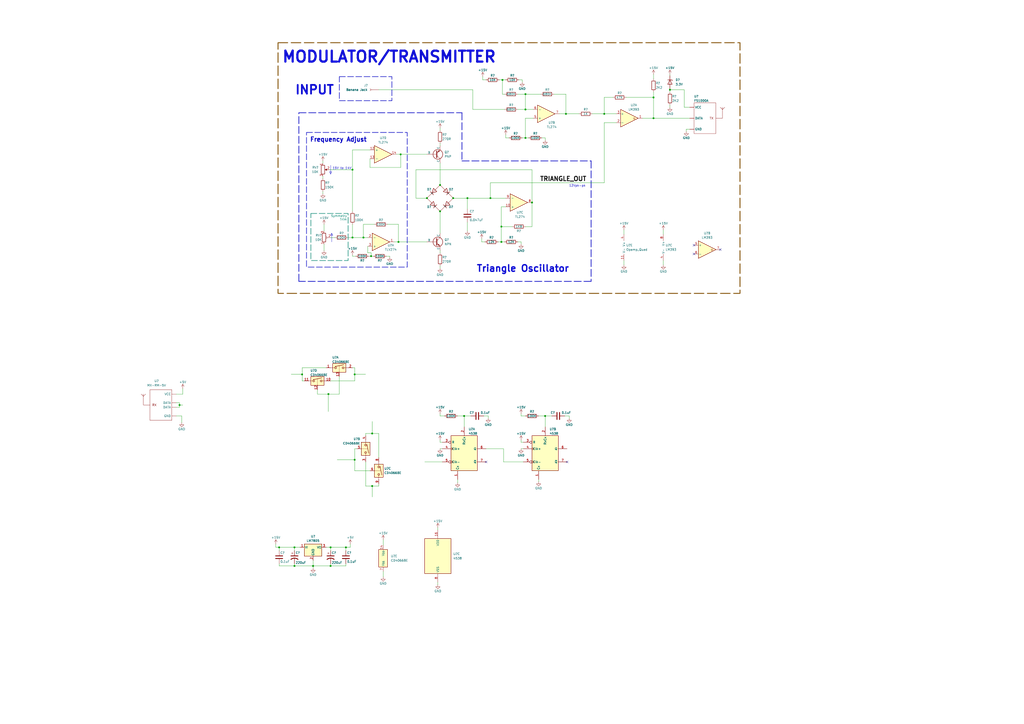
<source format=kicad_sch>
(kicad_sch (version 20230121) (generator eeschema)
  (paper "A2")
  (title_block (title "Full System Schematic") (date "2024-03-16") (rev "0") (company "ZAM Industries, LLC") (comment 1 "Drawn By: Mark Vaughn"))
  (junction (at 205.74 266.7))
  (junction (at 350.52 66.04))
  (junction (at 210.82 137.795))
  (junction (at 232.41 89.535))
  (junction (at 255.27 122.555))
  (junction (at 191.77 317.5))
  (junction (at 328.295 66.04))
  (junction (at 290.83 140.335))
  (junction (at 304.8 63.5))
  (junction (at 190.5 228.6))
  (junction (at 104.14 234.95))
  (junction (at 269.24 241.3))
  (junction (at 379.095 68.58))
  (junction (at 204.47 137.795))
  (junction (at 175.26 217.17))
  (junction (at 290.83 131.445))
  (junction (at 255.27 107.315))
  (junction (at 291.465 46.355))
  (junction (at 215.265 148.59))
  (junction (at 170.815 328.295))
  (junction (at 304.8 54.61))
  (junction (at 316.23 241.3))
  (junction (at 262.89 114.935))
  (junction (at 231.14 140.335))
  (junction (at 200.66 317.5))
  (junction (at 247.65 114.935))
  (junction (at 191.77 328.295))
  (junction (at 271.145 114.935))
  (junction (at 161.925 317.5))
  (junction (at 284.48 114.935))
  (junction (at 304.8 80.01))
  (junction (at 170.815 317.5))
  (junction (at 379.095 56.515))
  (junction (at 388.62 52.07))
  (junction (at 204.47 98.425))
  (junction (at 181.61 328.295))
  (junction (at 308.61 117.475))
  (junction (at 205.74 217.17))
  (junction (at 215.9 281.94))
  (junction (at 215.9 251.46))
  (no_connect (at 417.83 144.78))
  (no_connect (at 328.93 267.97))
  (no_connect (at 281.94 267.97))
  (no_connect (at 402.59 142.24))
  (no_connect (at 402.59 147.32))
  (wire (pts (xy 204.47 130.175) (xy 204.47 137.795)))
  (wire (pts (xy 388.62 52.07) (xy 388.62 53.34)))
  (wire (pts (xy 191.77 327.025) (xy 191.77 328.295)))
  (wire (pts (xy 280.67 241.3) (xy 283.21 241.3)))
  (wire (pts (xy 215.9 281.94) (xy 215.9 288.29)))
  (wire (pts (xy 350.52 66.04) (xy 357.505 66.04)))
  (wire (pts (xy 181.61 328.295) (xy 191.77 328.295)))
  (wire (pts (xy 215.9 244.475) (xy 215.9 251.46)))
  (wire (pts (xy 191.77 317.5) (xy 200.66 317.5)))
  (polyline (pts (xy 173.355 65.405) (xy 267.97 65.405)) (stroke (width 0.381) (type dash)))
  (wire (pts (xy 219.71 281.94) (xy 219.71 280.67)))
  (wire (pts (xy 228.6 140.335) (xy 231.14 140.335)))
  (wire (pts (xy 222.25 331.47) (xy 222.25 334.645)))
  (wire (pts (xy 388.62 60.96) (xy 388.62 62.23)))
  (wire (pts (xy 190.5 228.6) (xy 184.15 228.6)))
  (wire (pts (xy 160.02 315.595) (xy 160.02 317.5)))
  (wire (pts (xy 187.325 112.395) (xy 187.325 111.125)))
  (wire (pts (xy 187.96 130.175) (xy 187.96 133.985)))
  (wire (pts (xy 170.815 317.5) (xy 170.815 319.405)))
  (wire (pts (xy 384.81 151.13) (xy 384.81 153.67)))
  (wire (pts (xy 224.79 130.175) (xy 231.14 130.175)))
  (wire (pts (xy 200.66 327.025) (xy 200.66 328.295)))
  (wire (pts (xy 212.09 281.94) (xy 215.9 281.94)))
  (wire (pts (xy 205.74 217.17) (xy 205.74 220.98)))
  (wire (pts (xy 184.15 228.6) (xy 184.15 226.06)))
  (wire (pts (xy 312.42 241.3) (xy 316.23 241.3)))
  (wire (pts (xy 215.265 146.685) (xy 215.265 148.59)))
  (wire (pts (xy 212.09 251.46) (xy 212.09 252.73)))
  (wire (pts (xy 254 306.07) (xy 254 307.34)))
  (wire (pts (xy 350.52 106.045) (xy 350.52 71.12)))
  (wire (pts (xy 255.27 122.555) (xy 255.27 135.255)))
  (wire (pts (xy 254 337.82) (xy 254 339.09)))
  (wire (pts (xy 372.745 68.58) (xy 379.095 68.58)))
  (wire (pts (xy 191.77 220.98) (xy 205.74 220.98)))
  (wire (pts (xy 290.83 140.335) (xy 290.83 131.445)))
  (wire (pts (xy 302.26 256.54) (xy 303.53 256.54)))
  (wire (pts (xy 102.235 233.68) (xy 104.14 233.68)))
  (wire (pts (xy 205.74 217.17) (xy 205.74 213.36)))
  (wire (pts (xy 191.77 317.5) (xy 191.77 319.405)))
  (polyline (pts (xy 193.04 136.525) (xy 192.405 135.255)))
  (wire (pts (xy 279.4 138.43) (xy 279.4 140.335)))
  (wire (pts (xy 313.69 54.61) (xy 304.8 54.61)))
  (wire (pts (xy 302.26 241.3) (xy 304.8 241.3)))
  (wire (pts (xy 327.66 241.3) (xy 330.2 241.3)))
  (wire (pts (xy 292.1 260.35) (xy 292.1 267.97)))
  (wire (pts (xy 224.155 148.59) (xy 226.06 148.59)))
  (wire (pts (xy 190.5 238.76) (xy 190.5 228.6)))
  (wire (pts (xy 204.47 148.59) (xy 206.375 148.59)))
  (wire (pts (xy 297.18 131.445) (xy 290.83 131.445)))
  (polyline (pts (xy 267.97 65.405) (xy 267.97 93.345)) (stroke (width 0.381) (type dash)))
  (wire (pts (xy 215.265 148.59) (xy 216.535 148.59)))
  (wire (pts (xy 290.83 140.335) (xy 292.735 140.335)))
  (wire (pts (xy 196.85 228.6) (xy 190.5 228.6)))
  (wire (pts (xy 191.135 98.425) (xy 204.47 98.425)))
  (wire (pts (xy 212.09 267.97) (xy 212.09 281.94)))
  (wire (pts (xy 288.925 140.335) (xy 290.83 140.335)))
  (wire (pts (xy 214.63 92.075) (xy 214.63 97.155)))
  (wire (pts (xy 191.77 137.795) (xy 194.31 137.795)))
  (wire (pts (xy 255.27 240.03) (xy 255.27 241.3)))
  (wire (pts (xy 104.14 236.22) (xy 104.14 234.95)))
  (wire (pts (xy 304.8 63.5) (xy 309.245 63.5)))
  (wire (pts (xy 304.8 54.61) (xy 304.8 63.5)))
  (wire (pts (xy 204.47 137.795) (xy 210.82 137.795)))
  (wire (pts (xy 161.925 327.025) (xy 161.925 328.295)))
  (wire (pts (xy 396.875 62.23) (xy 396.875 52.07)))
  (wire (pts (xy 328.295 54.61) (xy 321.31 54.61)))
  (wire (pts (xy 328.295 66.04) (xy 328.295 54.61)))
  (wire (pts (xy 398.145 74.93) (xy 400.05 74.93)))
  (wire (pts (xy 379.095 43.18) (xy 379.095 45.72)))
  (wire (pts (xy 191.77 328.295) (xy 200.66 328.295)))
  (polyline (pts (xy 342.9 93.345) (xy 342.9 163.195)) (stroke (width 0.381) (type dash)))
  (wire (pts (xy 271.145 114.935) (xy 271.145 121.285)))
  (wire (pts (xy 205.74 266.7) (xy 205.74 273.05)))
  (wire (pts (xy 274.32 63.5) (xy 292.735 63.5)))
  (wire (pts (xy 161.925 317.5) (xy 170.815 317.5)))
  (wire (pts (xy 106.045 225.425) (xy 106.045 228.6)))
  (wire (pts (xy 343.535 66.04) (xy 350.52 66.04)))
  (wire (pts (xy 181.61 328.295) (xy 181.61 329.565)))
  (wire (pts (xy 189.23 317.5) (xy 191.77 317.5)))
  (wire (pts (xy 201.93 137.795) (xy 204.47 137.795)))
  (wire (pts (xy 170.815 327.025) (xy 170.815 328.295)))
  (wire (pts (xy 314.325 80.01) (xy 316.23 80.01)))
  (wire (pts (xy 284.48 114.935) (xy 293.37 114.935)))
  (wire (pts (xy 361.95 151.13) (xy 361.95 153.67)))
  (wire (pts (xy 160.02 317.5) (xy 161.925 317.5)))
  (wire (pts (xy 396.875 62.23) (xy 400.05 62.23)))
  (wire (pts (xy 106.045 228.6) (xy 102.235 228.6)))
  (wire (pts (xy 187.325 103.505) (xy 187.325 102.235)))
  (wire (pts (xy 175.26 213.36) (xy 175.26 217.17)))
  (wire (pts (xy 196.85 218.44) (xy 196.85 228.6)))
  (wire (pts (xy 204.47 86.995) (xy 204.47 98.425)))
  (wire (pts (xy 187.96 145.415) (xy 187.96 141.605)))
  (wire (pts (xy 265.43 278.13) (xy 265.43 280.035)))
  (wire (pts (xy 302.26 255.27) (xy 302.26 256.54)))
  (wire (pts (xy 215.9 281.94) (xy 219.71 281.94)))
  (wire (pts (xy 300.99 46.355) (xy 302.895 46.355)))
  (wire (pts (xy 187.325 93.345) (xy 187.325 94.615)))
  (wire (pts (xy 316.23 241.3) (xy 320.04 241.3)))
  (wire (pts (xy 175.26 220.98) (xy 176.53 220.98)))
  (polyline (pts (xy 191.77 95.885) (xy 191.77 100.965)))
  (wire (pts (xy 161.925 328.295) (xy 170.815 328.295)))
  (polyline (pts (xy 192.405 140.335) (xy 192.405 135.255)))
  (wire (pts (xy 280.035 44.45) (xy 280.035 46.355)))
  (wire (pts (xy 214.63 97.155) (xy 232.41 97.155)))
  (wire (pts (xy 300.355 140.335) (xy 302.26 140.335)))
  (wire (pts (xy 255.27 145.415) (xy 255.27 146.685)))
  (wire (pts (xy 204.47 147.955) (xy 204.47 148.59)))
  (wire (pts (xy 226.06 149.225) (xy 226.06 148.59)))
  (wire (pts (xy 210.82 130.175) (xy 210.82 137.795)))
  (wire (pts (xy 350.52 56.515) (xy 350.52 66.04)))
  (wire (pts (xy 161.925 317.5) (xy 161.925 319.405)))
  (wire (pts (xy 355.6 56.515) (xy 350.52 56.515)))
  (wire (pts (xy 290.83 131.445) (xy 290.83 120.015)))
  (wire (pts (xy 232.41 97.155) (xy 232.41 89.535)))
  (wire (pts (xy 269.24 241.3) (xy 273.05 241.3)))
  (wire (pts (xy 324.485 66.04) (xy 328.295 66.04)))
  (wire (pts (xy 255.27 256.54) (xy 256.54 256.54)))
  (wire (pts (xy 246.38 267.97) (xy 256.54 267.97)))
  (polyline (pts (xy 192.405 135.255) (xy 191.77 136.525)))
  (wire (pts (xy 284.48 106.045) (xy 350.52 106.045)))
  (wire (pts (xy 104.14 234.95) (xy 104.14 233.68)))
  (wire (pts (xy 291.465 46.355) (xy 293.37 46.355)))
  (wire (pts (xy 293.37 78.105) (xy 293.37 80.01)))
  (wire (pts (xy 388.62 43.18) (xy 388.62 43.815)))
  (wire (pts (xy 189.23 213.36) (xy 175.26 213.36)))
  (polyline (pts (xy 191.77 100.965) (xy 191.135 99.695)))
  (wire (pts (xy 102.235 241.3) (xy 105.41 241.3)))
  (wire (pts (xy 105.41 245.11) (xy 105.41 241.3)))
  (wire (pts (xy 170.815 328.295) (xy 181.61 328.295)))
  (wire (pts (xy 280.035 46.355) (xy 281.94 46.355)))
  (wire (pts (xy 302.26 260.35) (xy 303.53 260.35)))
  (wire (pts (xy 255.27 241.3) (xy 257.81 241.3)))
  (wire (pts (xy 274.32 52.07) (xy 274.32 63.5)))
  (wire (pts (xy 175.26 217.17) (xy 175.26 220.98)))
  (wire (pts (xy 212.09 251.46) (xy 215.9 251.46)))
  (wire (pts (xy 330.2 242.57) (xy 330.2 241.3)))
  (wire (pts (xy 210.82 137.795) (xy 213.36 137.795)))
  (wire (pts (xy 241.3 98.425) (xy 241.3 114.935)))
  (wire (pts (xy 308.61 98.425) (xy 308.61 117.475)))
  (wire (pts (xy 213.995 148.59) (xy 215.265 148.59)))
  (wire (pts (xy 293.37 80.01) (xy 295.275 80.01)))
  (wire (pts (xy 279.4 140.335) (xy 281.305 140.335)))
  (wire (pts (xy 302.26 141.605) (xy 302.26 140.335)))
  (wire (pts (xy 210.82 130.175) (xy 217.17 130.175)))
  (wire (pts (xy 379.095 53.34) (xy 379.095 56.515)))
  (wire (pts (xy 229.87 89.535) (xy 232.41 89.535)))
  (polyline (pts (xy 191.77 136.525) (xy 193.04 136.525)))
  (wire (pts (xy 302.26 240.03) (xy 302.26 241.3)))
  (wire (pts (xy 290.83 120.015) (xy 293.37 120.015)))
  (polyline (pts (xy 191.135 99.695) (xy 192.405 99.695)))
  (wire (pts (xy 304.8 68.58) (xy 304.8 80.01)))
  (wire (pts (xy 215.9 251.46) (xy 219.71 251.46)))
  (wire (pts (xy 271.145 114.935) (xy 284.48 114.935)))
  (polyline (pts (xy 342.9 163.195) (xy 173.355 163.195)) (stroke (width 0.381) (type dash)))
  (wire (pts (xy 304.8 80.01) (xy 306.705 80.01)))
  (wire (pts (xy 205.74 266.7) (xy 205.74 260.35)))
  (wire (pts (xy 214.63 273.05) (xy 205.74 273.05)))
  (polyline (pts (xy 192.405 99.695) (xy 191.77 100.965)))
  (wire (pts (xy 203.2 315.595) (xy 203.2 317.5)))
  (wire (pts (xy 291.465 46.355) (xy 291.465 54.61)))
  (polyline (pts (xy 267.97 93.345) (xy 342.9 93.345)) (stroke (width 0.381) (type dash)))
  (wire (pts (xy 269.24 241.3) (xy 269.24 247.65)))
  (wire (pts (xy 204.47 98.425) (xy 204.47 122.555)))
  (wire (pts (xy 388.62 52.07) (xy 396.875 52.07)))
  (wire (pts (xy 214.63 86.995) (xy 204.47 86.995)))
  (wire (pts (xy 255.27 154.305) (xy 255.27 155.575)))
  (wire (pts (xy 231.14 130.175) (xy 231.14 140.335)))
  (wire (pts (xy 205.74 260.35) (xy 207.01 260.35)))
  (wire (pts (xy 308.61 117.475) (xy 308.61 131.445)))
  (wire (pts (xy 379.095 68.58) (xy 400.05 68.58)))
  (wire (pts (xy 231.14 140.335) (xy 247.65 140.335)))
  (wire (pts (xy 384.81 133.35) (xy 384.81 135.89)))
  (wire (pts (xy 255.27 94.615) (xy 255.27 107.315)))
  (wire (pts (xy 219.71 265.43) (xy 219.71 251.46)))
  (wire (pts (xy 205.74 217.17) (xy 212.09 217.17)))
  (wire (pts (xy 398.145 76.2) (xy 398.145 74.93)))
  (wire (pts (xy 302.895 47.625) (xy 302.895 46.355)))
  (wire (pts (xy 316.23 81.28) (xy 316.23 80.01)))
  (wire (pts (xy 213.36 146.685) (xy 215.265 146.685)))
  (wire (pts (xy 265.43 241.3) (xy 269.24 241.3)))
  (wire (pts (xy 271.145 128.905) (xy 271.145 133.985)))
  (wire (pts (xy 241.3 114.935) (xy 247.65 114.935)))
  (wire (pts (xy 232.41 89.535) (xy 247.65 89.535)))
  (wire (pts (xy 102.235 236.22) (xy 104.14 236.22)))
  (wire (pts (xy 361.95 133.35) (xy 361.95 135.89)))
  (wire (pts (xy 304.8 131.445) (xy 308.61 131.445)))
  (wire (pts (xy 300.355 54.61) (xy 304.8 54.61)))
  (wire (pts (xy 168.91 217.17) (xy 175.26 217.17)))
  (wire (pts (xy 350.52 71.12) (xy 357.505 71.12)))
  (wire (pts (xy 255.27 84.455) (xy 255.27 83.185)))
  (wire (pts (xy 284.48 114.935) (xy 284.48 106.045)))
  (wire (pts (xy 328.295 66.04) (xy 335.915 66.04)))
  (wire (pts (xy 195.58 266.7) (xy 205.74 266.7)))
  (wire (pts (xy 255.27 74.295) (xy 255.27 75.565)))
  (wire (pts (xy 222.25 313.055) (xy 222.25 316.23)))
  (wire (pts (xy 213.36 142.875) (xy 213.36 146.685)))
  (wire (pts (xy 292.735 54.61) (xy 291.465 54.61)))
  (wire (pts (xy 205.74 213.36) (xy 204.47 213.36)))
  (wire (pts (xy 312.42 279.4) (xy 312.42 278.13)))
  (wire (pts (xy 255.27 260.35) (xy 256.54 260.35)))
  (wire (pts (xy 300.355 63.5) (xy 304.8 63.5)))
  (wire (pts (xy 104.14 234.95) (xy 106.045 234.95)))
  (wire (pts (xy 363.22 56.515) (xy 379.095 56.515)))
  (wire (pts (xy 283.21 242.57) (xy 283.21 241.3)))
  (wire (pts (xy 379.095 56.515) (xy 379.095 68.58)))
  (wire (pts (xy 200.66 317.5) (xy 203.2 317.5)))
  (wire (pts (xy 200.66 317.5) (xy 200.66 319.405)))
  (wire (pts (xy 281.94 260.35) (xy 292.1 260.35)))
  (wire (pts (xy 308.61 98.425) (xy 241.3 98.425)))
  (wire (pts (xy 170.815 317.5) (xy 173.99 317.5)))
  (wire (pts (xy 309.245 68.58) (xy 304.8 68.58)))
  (wire (pts (xy 289.56 46.355) (xy 291.465 46.355)))
  (wire (pts (xy 316.23 241.3) (xy 316.23 247.65)))
  (wire (pts (xy 292.1 267.97) (xy 303.53 267.97)))
  (wire (pts (xy 219.71 52.07) (xy 274.32 52.07)))
  (wire (pts (xy 262.89 114.935) (xy 271.145 114.935)))
  (wire (pts (xy 302.895 80.01) (xy 304.8 80.01)))
  (wire (pts (xy 181.61 325.12) (xy 181.61 328.295)))
  (wire (pts (xy 255.27 255.27) (xy 255.27 256.54)))
  (polyline (pts (xy 173.355 163.195) (xy 173.355 65.405)) (stroke (width 0.381) (type dash)))
  (wire (pts (xy 388.62 51.435) (xy 388.62 52.07)))
  (rectangle (start 196.85 44.45) (end 227.33 58.42) (stroke (width 0.3175) (type dash)))
  (rectangle (start 161.29 24.765) (end 429.26 170.18) (stroke (width 0.508) (type dash) (color 128 77 0 1)))
  (rectangle (start 180.34 123.825) (end 201.93 151.13) (stroke (width 0.3175) (type dash) (color 2 132 111 1)))
  (rectangle (start 177.8 76.835) (end 236.22 154.94) (stroke (width 0.3175) (type dash)))
  (text "INPUT" (at 170.815 55.245 0) (effects (font (size 5.08 5.08) (thickness 1.016) bold) (justify left bottom)))
  (text "Triangle Oscillator" (at 276.225 158.115 0) (effects (font (size 3.81 3.81) (thickness 0.762) bold) (justify left bottom)))
  (text "12Vpk-pk" (at 339.725 108.585 0) (effects (font (size 1.27 1.27)) (justify right bottom)))
  (text "MODULATOR/TRANSMITTER" (at 163.195 36.83 0) (effects (font (size 6.35 6.35) (thickness 1.27) bold) (justify left bottom)))
  (text "Frequency Adjust" (at 179.705 82.55 0) (effects (font (size 2.54 2.54) (thickness 0.508) bold) (justify left bottom)))
  (text "15V to 14V" (at 203.835 98.425 0) (effects (font (size 1.27 1.27) italic) (justify right bottom)))
  (text "Symmetry\nTrim" (at 201.295 128.27 0) (effects (font (size 1.27 1.27)) (justify right bottom)))
  (label "TRIANGLE_OUT" (at 340.36 106.045 180) (effects (font (size 2.54 2.54) (thickness 0.508) bold)))
  (symbol (lib_id "4xxx:4538") (at 254 322.58 0) (unit 3)
    (property "Reference" "U?" (at 262.89 321.31 0) (effects (justify left)))
    (property "Value" "4538" (at 262.89 323.85 0) (effects (justify left)))
    (property "Datasheet" "https://assets.nexperia.com/documents/data-sheet/HEF4538B.pdf" (effects hide))
  )
  (symbol (lib_id "Device:C_Polarized_US") (at 170.815 323.215 0) (unit 1)
    (property "Reference" "C?" (at 171.45 320.675 0) (effects (justify left)))
    (property "Value" "220uF" (at 171.45 326.39 0) (effects (justify left)))
  )
  (symbol (lib_id "power:+5V") (at 106.045 225.425 0) (unit 1)
    (property "Reference" "#PWR029" (effects hide))
    (property "Value" "+5V" (at 106.045 221.615 0))
  )
  (symbol (lib_id "Regulator_Linear:LM7805_TO220") (at 181.61 317.5 0) (unit 1)
    (property "Reference" "U?" (at 181.61 311.15 0))
    (property "Value" "LM7805" (at 181.61 313.69 0))
    (property "Footprint" "Package_TO_SOT_THT:TO-220-3_Vertical" (effects hide))
    (property "Datasheet" "https://www.onsemi.cn/PowerSolutions/document/MC7800-D.PDF" (effects hide))
  )
  (symbol (lib_id "Device:R") (at 285.115 140.335 90) (mirror x) (unit 1)
    (property "Reference" "R?" (at 285.115 137.795 90))
    (property "Value" "12K" (at 285.115 140.335 90))
    (instances (project "Lab_08" (path "" (reference "R?") (unit 1))) (project "Lab06" (path "" (reference "R16") (unit 1))))
  )
  (symbol (lib_id "power:GND") (at 254 339.09 0) (unit 1)
    (property "Reference" "#PWR032" (effects hide))
    (property "Value" "GND" (at 254 342.9 0))
    (instances (project "Lab_08" (path "" (reference "#PWR032") (unit 1))) (project "Lab06" (path "" (reference "#PWR09") (unit 1))))
  )
  (symbol (lib_id "Device:R") (at 297.18 46.355 90) (mirror x) (unit 1)
    (property "Reference" "R?" (at 297.18 43.815 90))
    (property "Value" "10K" (at 297.18 46.355 90))
    (instances (project "Lab_08" (path "" (reference "R?") (unit 1))) (project "Lab06" (path "" (reference "R16") (unit 1))))
  )
  (symbol (lib_id "power:GND") (at 316.23 81.28 0) (unit 1)
    (property "Reference" "#PWR013" (effects hide))
    (property "Value" "GND" (at 316.23 85.09 0))
    (instances (project "Lab_08" (path "" (reference "#PWR013") (unit 1))) (project "Lab06" (path "" (reference "#PWR014") (unit 1))))
  )
  (symbol (lib_id "Lab06:D_45") (at 259.08 111.125 90) (unit 1)
    (property "Reference" "D?" (at 260.35 109.855 90) (effects (justify right)))
    (property "Value" "~" (at 260.0325 112.0775 90))
    (instances (project "Lab_08" (path "" (reference "D?") (unit 1))) (project "Lab06" (path "" (reference "D3") (unit 1))))
  )
  (symbol (lib_id "Device:R") (at 187.325 107.315 0) (unit 1)
    (property "Reference" "R?" (at 188.595 106.045 0) (effects (justify left)))
    (property "Value" "150K" (at 188.595 108.585 0) (effects (justify left)))
    (instances (project "Lab_08" (path "" (reference "R?") (unit 1))) (project "Lab06" (path "" (reference "R1") (unit 1))))
  )
  (symbol (lib_id "LarryLab:FS1000A") (at 408.94 68.58 0) (unit 1)
    (property "Reference" "U?" (at 402.59 55.88 0) (effects (justify left)))
    (property "Value" "FS1000A" (at 402.59 58.42 0) (effects (justify left)))
  )
  (symbol (lib_id "power:+15V") (at 160.02 315.595 0) (unit 1)
    (property "Reference" "#PWR028" (effects hide))
    (property "Value" "+15V" (at 160.02 311.785 0))
    (instances (project "Lab_08" (path "" (reference "#PWR028") (unit 1))) (project "Lab06" (path "" (reference "#PWR06") (unit 1))))
  )
  (symbol (lib_id "power:+15V") (at 388.62 43.18 0) (unit 1)
    (property "Reference" "#PWR017" (effects hide))
    (property "Value" "+15V" (at 388.62 39.37 0))
    (instances (project "Lab_08" (path "" (reference "#PWR017") (unit 1))) (project "Lab06" (path "" (reference "#PWR06") (unit 1))))
  )
  (symbol (lib_id "power:GND") (at 361.95 153.67 0) (unit 1)
    (property "Reference" "#PWR021" (effects hide))
    (property "Value" "GND" (at 361.95 157.48 0))
    (instances (project "Lab_08" (path "" (reference "#PWR021") (unit 1))) (project "Lab06" (path "" (reference "#PWR014") (unit 1))))
  )
  (symbol (lib_id "power:+15V") (at 361.95 133.35 0) (unit 1)
    (property "Reference" "#PWR020" (effects hide))
    (property "Value" "+15V" (at 361.95 129.54 0))
    (instances (project "Lab_08" (path "" (reference "#PWR020") (unit 1))) (project "Lab06" (path "" (reference "#PWR06") (unit 1))))
  )
  (symbol (lib_id "Device:R") (at 379.095 49.53 0) (unit 1)
    (property "Reference" "R?" (at 380.365 48.26 0) (effects (justify left)))
    (property "Value" "2K2" (at 380.365 50.8 0) (effects (justify left)))
    (instances (project "Lab_08" (path "" (reference "R?") (unit 1))) (project "Lab06" (path "" (reference "R9") (unit 1))))
  )
  (symbol (lib_id "Comparator:LM393") (at 387.35 143.51 0) (unit 3)
    (property "Reference" "U?" (at 386.08 142.24 0) (effects (justify left)))
    (property "Value" "LM393" (at 386.08 144.78 0) (effects (justify left)))
    (property "Datasheet" "http://www.ti.com/lit/ds/symlink/lm393.pdf" (effects hide))
  )
  (symbol (lib_id "Device:Opamp_Quad") (at 300.99 117.475 0) (mirror x) (unit 3)
    (property "Reference" "U?" (at 301.625 123.19 0))
    (property "Value" "TL274" (at 301.625 125.73 0))
  )
  (symbol (lib_id "power:GND") (at 283.21 242.57 0) (unit 1)
    (property "Reference" "#PWR038" (effects hide))
    (property "Value" "GND" (at 283.21 246.38 0))
    (instances (project "Lab_08" (path "" (reference "#PWR038") (unit 1))) (project "Lab06" (path "" (reference "#PWR014") (unit 1))))
  )
  (symbol (lib_id "power:GND") (at 302.895 47.625 0) (unit 1)
    (property "Reference" "#PWR015" (effects hide))
    (property "Value" "GND" (at 302.895 51.435 0))
    (instances (project "Lab_08" (path "" (reference "#PWR015") (unit 1))) (project "Lab06" (path "" (reference "#PWR014") (unit 1))))
  )
  (symbol (lib_id "power:+15V") (at 302.26 255.27 0) (unit 1)
    (property "Reference" "#PWR033" (effects hide))
    (property "Value" "+15V" (at 302.26 251.46 0))
    (instances (project "Lab_08" (path "" (reference "#PWR033") (unit 1))) (project "Lab06" (path "" (reference "#PWR06") (unit 1))))
  )
  (symbol (lib_id "Device:Opamp_Quad") (at 222.25 89.535 0) (unit 4)
    (property "Reference" "U?" (at 222.25 80.01 0))
    (property "Value" "TL274" (at 222.25 82.55 0))
  )
  (symbol (lib_id "Lab06:D_45") (at 259.08 118.745 0) (unit 1)
    (property "Reference" "D?" (at 261.62 120.015 0))
    (property "Value" "~" (at 258.1275 119.6975 90))
    (instances (project "Lab_08" (path "" (reference "D?") (unit 1))) (project "Lab06" (path "" (reference "D4") (unit 1))))
  )
  (symbol (lib_id "power:+15V") (at 222.25 313.055 0) (unit 1)
    (property "Reference" "#PWR024" (effects hide))
    (property "Value" "+15V" (at 222.25 309.245 0))
    (instances (project "Lab_08" (path "" (reference "#PWR024") (unit 1))) (project "Lab06" (path "" (reference "#PWR06") (unit 1))))
  )
  (symbol (lib_id "power:GND") (at 388.62 62.23 0) (unit 1)
    (property "Reference" "#PWR019" (effects hide))
    (property "Value" "GND" (at 388.62 66.04 0))
    (instances (project "Lab_08" (path "" (reference "#PWR019") (unit 1))) (project "Lab06" (path "" (reference "#PWR014") (unit 1))))
  )
  (symbol (lib_id "power:GND") (at 181.61 329.565 0) (unit 1)
    (property "Reference" "#PWR026" (effects hide))
    (property "Value" "GND" (at 181.61 333.375 0))
    (instances (project "Lab_08" (path "" (reference "#PWR026") (unit 1))) (project "Lab06" (path "" (reference "#PWR09") (unit 1))))
  )
  (symbol (lib_id "power:GND") (at 105.41 245.11 0) (unit 1)
    (property "Reference" "#PWR030" (effects hide))
    (property "Value" "GND" (at 105.41 248.92 0))
    (instances (project "Lab_08" (path "" (reference "#PWR030") (unit 1))) (project "Lab06" (path "" (reference "#PWR09") (unit 1))))
  )
  (symbol (lib_id "power:+15V") (at 254 306.07 0) (unit 1)
    (property "Reference" "#PWR031" (effects hide))
    (property "Value" "+15V" (at 254 302.26 0))
    (instances (project "Lab_08" (path "" (reference "#PWR031") (unit 1))) (project "Lab06" (path "" (reference "#PWR06") (unit 1))))
  )
  (symbol (lib_id "Device:D_Zener") (at 388.62 47.625 270) (unit 1)
    (property "Reference" "D?" (at 391.795 46.355 90) (effects (justify left)))
    (property "Value" "3.3V" (at 391.795 48.895 90) (effects (justify left)))
  )
  (symbol (lib_id "Device:R") (at 210.185 148.59 90) (unit 1)
    (property "Reference" "R?" (at 210.185 151.13 90))
    (property "Value" "100K" (at 210.185 148.59 90))
    (instances (project "Lab_08" (path "" (reference "R?") (unit 1))) (project "Lab06" (path "" (reference "R16") (unit 1))))
  )
  (symbol (lib_id "Device:R_Potentiometer") (at 187.325 98.425 0) (unit 1)
    (property "Reference" "RV?" (at 184.785 97.155 0) (effects (justify right)))
    (property "Value" "10K" (at 184.785 99.695 0) (effects (justify right)))
    (instances (project "Lab_08" (path "" (reference "RV?") (unit 1))) (project "Lab06" (path "" (reference "RV1") (unit 1))))
  )
  (symbol (lib_id "Device:R") (at 308.61 241.3 90) (mirror x) (unit 1)
    (property "Reference" "R?" (at 308.61 238.76 90))
    (property "Value" "100K" (at 308.61 241.3 90))
    (instances (project "Lab_08" (path "" (reference "R?") (unit 1))) (project "Lab06" (path "" (reference "R16") (unit 1))))
  )
  (symbol (lib_id "power:GND") (at 384.81 153.67 0) (unit 1)
    (property "Reference" "#PWR023" (effects hide))
    (property "Value" "GND" (at 384.81 157.48 0))
    (instances (project "Lab_08" (path "" (reference "#PWR023") (unit 1))) (project "Lab06" (path "" (reference "#PWR014") (unit 1))))
  )
  (symbol (lib_id "power:GND") (at 312.42 279.4 0) (unit 1)
    (property "Reference" "#PWR036" (effects hide))
    (property "Value" "GND" (at 312.42 283.21 0))
    (instances (project "Lab_08" (path "" (reference "#PWR036") (unit 1))) (project "Lab06" (path "" (reference "#PWR09") (unit 1))))
  )
  (symbol (lib_id "Analog_Switch:CD4066BE") (at 219.71 273.05 270) (unit 3)
    (property "Reference" "U?" (at 222.885 271.78 90) (effects (justify left)))
    (property "Value" "CD4066BE" (at 222.885 274.32 90) (effects (justify left)))
    (property "Footprint" "Package_DIP:DIP-14_W7.62mm" (effects hide))
    (property "Datasheet" "https://www.ti.com/lit/ds/symlink/cd4066b.pdf" (effects hide))
  )
  (symbol (lib_id "power:+5V") (at 203.2 315.595 0) (unit 1)
    (property "Reference" "#PWR027" (effects hide))
    (property "Value" "+5V" (at 203.2 311.785 0))
  )
  (symbol (lib_id "Analog_Switch:CD4066BE") (at 212.09 260.35 270) (unit 2)
    (property "Reference" "U?" (at 208.915 254.635 90) (effects (justify right)))
    (property "Value" "CD4066BE" (at 208.915 257.175 90) (effects (justify right)))
    (property "Footprint" "Package_DIP:DIP-14_W7.62mm" (effects hide))
    (property "Datasheet" "https://www.ti.com/lit/ds/symlink/cd4066b.pdf" (effects hide))
  )
  (symbol (lib_id "Device:R") (at 220.345 148.59 90) (unit 1)
    (property "Reference" "R?" (at 220.345 151.13 90))
    (property "Value" "100K" (at 220.345 148.59 90))
    (instances (project "Lab_08" (path "" (reference "R?") (unit 1))) (project "Lab06" (path "" (reference "R16") (unit 1))))
  )
  (symbol (lib_id "Device:C") (at 200.66 323.215 0) (unit 1)
    (property "Reference" "C?" (at 201.295 320.675 0) (effects (justify left)))
    (property "Value" "0.1uF" (at 201.295 325.755 0) (effects (justify left)))
  )
  (symbol (lib_id "power:GND") (at 302.26 260.35 0) (unit 1)
    (property "Reference" "#PWR042" (effects hide))
    (property "Value" "GND" (at 302.26 264.16 0))
    (instances (project "Lab_08" (path "" (reference "#PWR042") (unit 1))) (project "Lab06" (path "" (reference "#PWR09") (unit 1))))
  )
  (symbol (lib_id "power:+15V") (at 255.27 74.295 0) (unit 1)
    (property "Reference" "#PWR06" (effects hide))
    (property "Value" "+15V" (at 255.27 70.485 0))
  )
  (symbol (lib_id "Device:R") (at 310.515 80.01 90) (mirror x) (unit 1)
    (property "Reference" "R?" (at 310.515 77.47 90))
    (property "Value" "100K" (at 310.515 80.01 90))
    (instances (project "Lab_08" (path "" (reference "R?") (unit 1))) (project "Lab06" (path "" (reference "R16") (unit 1))))
  )
  (symbol (lib_id "Analog_Switch:CD4066BE") (at 222.25 323.85 0) (unit 5)
    (property "Reference" "U?" (at 226.695 322.58 0) (effects (justify left)))
    (property "Value" "CD4066BE" (at 226.695 325.12 0) (effects (justify left)))
    (property "Footprint" "Package_DIP:DIP-14_W7.62mm" (effects hide))
    (property "Datasheet" "https://www.ti.com/lit/ds/symlink/cd4066b.pdf" (effects hide))
  )
  (symbol (lib_id "power:+15V") (at 280.035 44.45 0) (unit 1)
    (property "Reference" "#PWR014" (effects hide))
    (property "Value" "+15V" (at 280.035 40.64 0))
    (instances (project "Lab_08" (path "" (reference "#PWR014") (unit 1))) (project "Lab06" (path "" (reference "#PWR06") (unit 1))))
  )
  (symbol (lib_id "power:+15V") (at 204.47 147.955 0) (unit 1)
    (property "Reference" "#PWR011" (effects hide))
    (property "Value" "+15V" (at 204.47 144.145 0))
    (instances (project "Lab_08" (path "" (reference "#PWR011") (unit 1))) (project "Lab06" (path "" (reference "#PWR06") (unit 1))))
  )
  (symbol (lib_id "Device:R") (at 204.47 126.365 0) (unit 1)
    (property "Reference" "R?" (at 205.74 125.095 0) (effects (justify left)))
    (property "Value" "100K" (at 205.74 127.635 0) (effects (justify left)))
    (instances (project "Lab_08" (path "" (reference "R?") (unit 1))) (project "Lab06" (path "" (reference "R3") (unit 1))))
  )
  (symbol (lib_id "Device:R") (at 299.085 80.01 90) (mirror x) (unit 1)
    (property "Reference" "R?" (at 299.085 77.47 90))
    (property "Value" "100K" (at 299.085 80.01 90))
    (instances (project "Lab_08" (path "" (reference "R?") (unit 1))) (project "Lab06" (path "" (reference "R16") (unit 1))))
  )
  (symbol (lib_name "4538_2") (lib_id "4xxx:4538") (at 316.23 262.89 0) (unit 2)
    (property "Reference" "U?" (at 320.675 248.92 0))
    (property "Value" "4538" (at 321.31 251.46 0))
    (property "Datasheet" "https://assets.nexperia.com/documents/data-sheet/HEF4538B.pdf" (effects hide))
  )
  (symbol (lib_id "Device:R") (at 300.99 131.445 90) (unit 1)
    (property "Reference" "R?" (at 300.99 133.985 90))
    (property "Value" "1K8" (at 300.99 131.445 90))
    (instances (project "Lab_08" (path "" (reference "R?") (unit 1))) (project "Lab06" (path "" (reference "R22") (unit 1))))
  )
  (symbol (lib_id "Lab06:D_45") (at 251.46 111.125 0) (unit 1)
    (property "Reference" "D?" (at 248.92 109.855 0))
    (property "Value" "~" (at 250.5075 112.0775 90))
    (instances (project "Lab_08" (path "" (reference "D?") (unit 1))) (project "Lab06" (path "" (reference "D1") (unit 1))))
  )
  (symbol (lib_id "Analog_Switch:CD4066BE") (at 196.85 213.36 0) (unit 1)
    (property "Reference" "U?" (at 192.7225 207.3275 0) (effects (justify left)))
    (property "Value" "CD4066BE" (at 192.7225 209.8675 0) (effects (justify left)))
    (property "Footprint" "Package_DIP:DIP-14_W7.62mm" (effects hide))
    (property "Datasheet" "https://www.ti.com/lit/ds/symlink/cd4066b.pdf" (effects hide))
  )
  (symbol (lib_id "Comparator:LM393") (at 410.21 144.78 0) (unit 2)
    (property "Reference" "U?" (at 410.21 135.255 0))
    (property "Value" "LM393" (at 410.21 137.795 0))
    (property "Datasheet" "http://www.ti.com/lit/ds/symlink/lm393.pdf" (effects hide))
  )
  (symbol (lib_id "Device:R") (at 339.725 66.04 90) (mirror x) (unit 1)
    (property "Reference" "R?" (at 339.725 63.5 90))
    (property "Value" "1K" (at 339.725 66.04 90))
    (instances (project "Lab_08" (path "" (reference "R?") (unit 1))) (project "Lab06" (path "" (reference "R16") (unit 1))))
  )
  (symbol (lib_id "power:GND") (at 226.06 149.225 0) (unit 1)
    (property "Reference" "#PWR012" (effects hide))
    (property "Value" "GND" (at 226.06 153.035 0))
    (instances (project "Lab_08" (path "" (reference "#PWR012") (unit 1))) (project "Lab06" (path "" (reference "#PWR014") (unit 1))))
  )
  (symbol (lib_id "power:+15V") (at 255.27 255.27 0) (unit 1)
    (property "Reference" "#PWR034" (effects hide))
    (property "Value" "+15V" (at 255.27 251.46 0))
    (instances (project "Lab_08" (path "" (reference "#PWR034") (unit 1))) (project "Lab06" (path "" (reference "#PWR06") (unit 1))))
  )
  (symbol (lib_id "Comparator:LM393") (at 365.125 68.58 0) (unit 1)
    (property "Reference" "U?" (at 367.665 60.96 0))
    (property "Value" "LM393" (at 367.665 63.5 0))
    (property "Datasheet" "http://www.ti.com/lit/ds/symlink/lm393.pdf" (effects hide))
  )
  (symbol (lib_id "Device:R") (at 285.75 46.355 90) (mirror x) (unit 1)
    (property "Reference" "R?" (at 285.75 43.815 90))
    (property "Value" "10K" (at 285.75 46.355 90))
    (instances (project "Lab_08" (path "" (reference "R?") (unit 1))) (project "Lab06" (path "" (reference "R16") (unit 1))))
  )
  (symbol (lib_id "Device:R") (at 198.12 137.795 90) (unit 1)
    (property "Reference" "R?" (at 198.12 135.255 90))
    (property "Value" "100K" (at 198.12 137.795 90))
    (instances (project "Lab_08" (path "" (reference "R?") (unit 1))) (project "Lab06" (path "" (reference "R2") (unit 1))))
  )
  (symbol (lib_id "Device:C_Polarized_US") (at 191.77 323.215 0) (unit 1)
    (property "Reference" "C?" (at 192.405 320.675 0) (effects (justify left)))
    (property "Value" "220uF" (at 192.405 326.39 0) (effects (justify left)))
  )
  (symbol (lib_id "power:+15V") (at 302.26 240.03 0) (unit 1)
    (property "Reference" "#PWR039" (effects hide))
    (property "Value" "+15V" (at 302.26 236.22 0))
    (instances (project "Lab_08" (path "" (reference "#PWR039") (unit 1))) (project "Lab06" (path "" (reference "#PWR06") (unit 1))))
  )
  (symbol (lib_id "Device:Opamp_Quad") (at 316.865 66.04 0) (mirror x) (unit 2)
    (property "Reference" "U?" (at 320.04 71.12 0))
    (property "Value" "TL274" (at 320.04 73.66 0))
  )
  (symbol (lib_id "power:+15V") (at 187.96 130.175 0) (unit 1)
    (property "Reference" "#PWR03" (effects hide))
    (property "Value" "+15V" (at 187.96 126.365 0))
  )
  (symbol (lib_id "Lab06:D_45") (at 251.46 118.745 90) (unit 1)
    (property "Reference" "D?" (at 247.65 120.015 90) (effects (justify right)))
    (property "Value" "~" (at 252.4125 119.6975 90))
    (instances (project "Lab_08" (path "" (reference "D?") (unit 1))) (project "Lab06" (path "" (reference "D2") (unit 1))))
  )
  (symbol (lib_id "Device:R") (at 296.545 54.61 90) (mirror x) (unit 1)
    (property "Reference" "R?" (at 296.545 52.07 90))
    (property "Value" "680K" (at 296.545 54.61 90))
    (instances (project "Lab_08" (path "" (reference "R?") (unit 1))) (project "Lab06" (path "" (reference "R16") (unit 1))))
  )
  (symbol (lib_id "power:GND") (at 330.2 242.57 0) (unit 1)
    (property "Reference" "#PWR040" (effects hide))
    (property "Value" "GND" (at 330.2 246.38 0))
    (instances (project "Lab_08" (path "" (reference "#PWR040") (unit 1))) (project "Lab06" (path "" (reference "#PWR014") (unit 1))))
  )
  (symbol (lib_id "Device:R") (at 261.62 241.3 90) (mirror x) (unit 1)
    (property "Reference" "R?" (at 261.62 238.76 90))
    (property "Value" "100K" (at 261.62 241.3 90))
    (instances (project "Lab_08" (path "" (reference "R?") (unit 1))) (project "Lab06" (path "" (reference "R16") (unit 1))))
  )
  (symbol (lib_id "Connector:Conn_01x01_Socket") (at 214.63 52.07 0) (mirror y) (unit 1)
    (property "Reference" "J?" (at 213.36 49.53 0) (effects (justify left)))
    (property "Value" "Banana Jack" (at 213.36 52.07 0) (effects (font bold) (justify left)))
    (instances (project "Lab_08" (path "" (reference "J?") (unit 1))) (project "Lab06" (path "" (reference "J1") (unit 1))))
  )
  (symbol (lib_id "Device:C") (at 276.86 241.3 270) (unit 1)
    (property "Reference" "C?" (at 274.955 239.395 90) (effects (justify right)))
    (property "Value" "0.1uF" (at 278.765 239.395 90) (effects (justify left)))
  )
  (symbol (lib_id "power:+15V") (at 293.37 78.105 0) (unit 1)
    (property "Reference" "#PWR05" (effects hide))
    (property "Value" "+15V" (at 293.37 74.295 0))
    (instances (project "Lab_08" (path "" (reference "#PWR05") (unit 1))) (project "Lab06" (path "" (reference "#PWR06") (unit 1))))
  )
  (symbol (lib_id "power:GND") (at 271.145 133.985 0) (unit 1)
    (property "Reference" "#PWR08" (effects hide))
    (property "Value" "GND" (at 271.145 137.795 0))
    (instances (project "Lab_08" (path "" (reference "#PWR08") (unit 1))) (project "Lab06" (path "" (reference "#PWR014") (unit 1))))
  )
  (symbol (lib_id "Device:R") (at 220.98 130.175 90) (unit 1)
    (property "Reference" "R?" (at 220.98 127.635 90))
    (property "Value" "100K" (at 220.98 130.175 90))
    (instances (project "Lab_08" (path "" (reference "R?") (unit 1))) (project "Lab06" (path "" (reference "R4") (unit 1))))
  )
  (symbol (lib_name "4538_1") (lib_id "4xxx:4538") (at 269.24 262.89 0) (unit 1)
    (property "Reference" "U?" (at 273.685 248.92 0))
    (property "Value" "4538" (at 274.32 251.46 0))
    (property "Datasheet" "https://assets.nexperia.com/documents/data-sheet/HEF4538B.pdf" (effects hide))
  )
  (symbol (lib_id "Simulation_SPICE:NPN") (at 252.73 140.335 0) (unit 1)
    (property "Reference" "Q?" (at 257.81 139.065 0) (effects (justify left)))
    (property "Value" "NPN" (at 257.81 141.605 0) (effects (justify left)))
    (property "Sim.Device" "NPN" (effects hide))
    (property "Sim.Type" "GUMMELPOON" (effects hide))
    (property "Sim.Pins" "1=C 2=B 3=E" (effects hide))
    (instances (project "Lab_08" (path "" (reference "Q?") (unit 1))) (project "Lab06" (path "" (reference "Q2") (unit 1))))
  )
  (symbol (lib_id "power:GND") (at 255.27 260.35 0) (unit 1)
    (property "Reference" "#PWR041" (effects hide))
    (property "Value" "GND" (at 255.27 264.16 0))
    (instances (project "Lab_08" (path "" (reference "#PWR041") (unit 1))) (project "Lab06" (path "" (reference "#PWR09") (unit 1))))
  )
  (symbol (lib_id "power:GND") (at 187.96 145.415 0) (unit 1)
    (property "Reference" "#PWR09" (effects hide))
    (property "Value" "GND" (at 187.96 149.225 0))
  )
  (symbol (lib_id "power:+15V") (at 255.27 240.03 0) (unit 1)
    (property "Reference" "#PWR037" (effects hide))
    (property "Value" "+15V" (at 255.27 236.22 0))
    (instances (project "Lab_08" (path "" (reference "#PWR037") (unit 1))) (project "Lab06" (path "" (reference "#PWR06") (unit 1))))
  )
  (symbol (lib_id "Device:R") (at 296.545 63.5 90) (mirror x) (unit 1)
    (property "Reference" "R?" (at 296.545 60.96 90))
    (property "Value" "680K" (at 296.545 63.5 90))
    (instances (project "Lab_08" (path "" (reference "R?") (unit 1))) (project "Lab06" (path "" (reference "R16") (unit 1))))
  )
  (symbol (lib_name "Opamp_Quad_1") (lib_id "Device:Opamp_Quad") (at 220.98 140.335 0) (mirror x) (unit 1)
    (property "Reference" "U?" (at 226.695 142.24 0))
    (property "Value" "TLV274" (at 226.695 144.78 0))
  )
  (symbol (lib_id "Device:Opamp_Quad") (at 364.49 143.51 0) (unit 5)
    (property "Reference" "U?" (at 363.22 142.24 0) (effects (justify left)))
    (property "Value" "Opamp_Quad" (at 363.22 144.78 0) (effects (justify left)))
  )
  (symbol (lib_id "Device:C") (at 271.145 125.095 0) (unit 1)
    (property "Reference" "C?" (at 272.415 122.555 0) (effects (justify left)))
    (property "Value" "0.047uF" (at 272.415 127.635 0) (effects (justify left)))
    (instances (project "Lab_08" (path "" (reference "C?") (unit 1))) (project "Lab06" (path "" (reference "C2") (unit 1))))
  )
  (symbol (lib_id "Device:R") (at 359.41 56.515 90) (mirror x) (unit 1)
    (property "Reference" "R?" (at 359.41 53.975 90))
    (property "Value" "47K" (at 359.41 56.515 90))
    (instances (project "Lab_08" (path "" (reference "R?") (unit 1))) (project "Lab06" (path "" (reference "R16") (unit 1))))
  )
  (symbol (lib_id "Device:R_Potentiometer_Trim") (at 187.96 137.795 0) (mirror x) (unit 1)
    (property "Reference" "RV?" (at 186.69 136.525 0) (effects (justify right)))
    (property "Value" "10K" (at 186.69 139.065 0) (effects (justify right)))
    (instances (project "Lab_08" (path "" (reference "RV?") (unit 1))) (project "Lab06" (path "" (reference "RV2") (unit 1))))
  )
  (symbol (lib_id "Device:R") (at 255.27 79.375 0) (unit 1)
    (property "Reference" "R?" (at 256.54 78.105 0) (effects (justify left)))
    (property "Value" "270R" (at 256.54 80.645 0) (effects (justify left)))
    (instances (project "Lab_08" (path "" (reference "R?") (unit 1))) (project "Lab06" (path "" (reference "R9") (unit 1))))
  )
  (symbol (lib_id "Device:R") (at 317.5 54.61 90) (mirror x) (unit 1)
    (property "Reference" "R?" (at 317.5 52.07 90))
    (property "Value" "680K" (at 317.5 54.61 90))
    (instances (project "Lab_08" (path "" (reference "R?") (unit 1))) (project "Lab06" (path "" (reference "R16") (unit 1))))
  )
  (symbol (lib_id "power:GND") (at 302.26 141.605 0) (unit 1)
    (property "Reference" "#PWR010" (effects hide))
    (property "Value" "GND" (at 302.26 145.415 0))
    (instances (project "Lab_08" (path "" (reference "#PWR010") (unit 1))) (project "Lab06" (path "" (reference "#PWR014") (unit 1))))
  )
  (symbol (lib_id "Device:C") (at 323.85 241.3 270) (unit 1)
    (property "Reference" "C?" (at 321.945 239.395 90) (effects (justify right)))
    (property "Value" "0.1uF" (at 325.755 239.395 90) (effects (justify left)))
  )
  (symbol (lib_id "Device:R") (at 296.545 140.335 90) (mirror x) (unit 1)
    (property "Reference" "R?" (at 296.545 137.795 90))
    (property "Value" "12K" (at 296.545 140.335 90))
    (instances (project "Lab_08" (path "" (reference "R?") (unit 1))) (project "Lab06" (path "" (reference "R16") (unit 1))))
  )
  (symbol (lib_id "power:GND") (at 265.43 280.035 0) (unit 1)
    (property "Reference" "#PWR035" (effects hide))
    (property "Value" "GND" (at 265.43 283.845 0))
    (instances (project "Lab_08" (path "" (reference "#PWR035") (unit 1))) (project "Lab06" (path "" (reference "#PWR09") (unit 1))))
  )
  (symbol (lib_id "power:+15V") (at 379.095 43.18 0) (unit 1)
    (property "Reference" "#PWR016" (effects hide))
    (property "Value" "+15V" (at 379.095 39.37 0))
    (instances (project "Lab_08" (path "" (reference "#PWR016") (unit 1))) (project "Lab06" (path "" (reference "#PWR06") (unit 1))))
  )
  (symbol (lib_id "Analog_Switch:CD4066BE") (at 184.15 220.98 0) (unit 4)
    (property "Reference" "U?" (at 180.0225 214.9475 0) (effects (justify left)))
    (property "Value" "CD4066BE" (at 180.0225 217.4875 0) (effects (justify left)))
    (property "Footprint" "Package_DIP:DIP-14_W7.62mm" (effects hide))
    (property "Datasheet" "https://www.ti.com/lit/ds/symlink/cd4066b.pdf" (effects hide))
  )
  (symbol (lib_id "Simulation_SPICE:PNP") (at 252.73 89.535 0) (mirror x) (unit 1)
    (property "Reference" "Q?" (at 257.81 88.265 0) (effects (justify left)))
    (property "Value" "PNP" (at 257.81 90.805 0) (effects (justify left)))
    (property "Sim.Device" "PNP" (effects hide))
    (property "Sim.Type" "GUMMELPOON" (effects hide))
    (property "Sim.Pins" "1=C 2=B 3=E" (effects hide))
    (instances (project "Lab_08" (path "" (reference "Q?") (unit 1))) (project "Lab06" (path "" (reference "Q1") (unit 1))))
  )
  (symbol (lib_id "Device:R") (at 255.27 150.495 0) (unit 1)
    (property "Reference" "R?" (at 256.54 149.225 0) (effects (justify left)))
    (property "Value" "270R" (at 256.54 151.765 0) (effects (justify left)))
    (instances (project "Lab_08" (path "" (reference "R?") (unit 1))) (project "Lab06" (path "" (reference "R10") (unit 1))))
  )
  (symbol (lib_id "power:GND") (at 222.25 334.645 0) (unit 1)
    (property "Reference" "#PWR025" (effects hide))
    (property "Value" "GND" (at 222.25 338.455 0))
    (instances (project "Lab_08" (path "" (reference "#PWR025") (unit 1))) (project "Lab06" (path "" (reference "#PWR09") (unit 1))))
  )
  (symbol (lib_id "power:+15V") (at 384.81 133.35 0) (unit 1)
    (property "Reference" "#PWR022" (effects hide))
    (property "Value" "+15V" (at 384.81 129.54 0))
    (instances (project "Lab_08" (path "" (reference "#PWR022") (unit 1))) (project "Lab06" (path "" (reference "#PWR06") (unit 1))))
  )
  (symbol (lib_id "power:+15V") (at 187.325 93.345 0) (unit 1)
    (property "Reference" "#PWR01" (effects hide))
    (property "Value" "+15V" (at 187.325 89.535 0))
  )
  (symbol (lib_id "Device:C") (at 161.925 323.215 0) (unit 1)
    (property "Reference" "C?" (at 162.56 320.675 0) (effects (justify left)))
    (property "Value" "0.1uF" (at 162.56 325.755 0) (effects (justify left)))
  )
  (symbol (lib_id "power:+15V") (at 279.4 138.43 0) (unit 1)
    (property "Reference" "#PWR04" (effects hide))
    (property "Value" "+15V" (at 279.4 134.62 0))
    (instances (project "Lab_08" (path "" (reference "#PWR04") (unit 1))) (project "Lab06" (path "" (reference "#PWR06") (unit 1))))
  )
  (symbol (lib_id "power:GND") (at 187.325 112.395 0) (unit 1)
    (property "Reference" "#PWR02" (effects hide))
    (property "Value" "GND" (at 187.325 116.205 0))
    (instances (project "Lab_08" (path "" (reference "#PWR02") (unit 1))) (project "Lab06" (path "" (reference "#PWR09") (unit 1))))
  )
  (symbol (lib_id "Device:R") (at 388.62 57.15 0) (unit 1)
    (property "Reference" "R?" (at 389.89 55.88 0) (effects (justify left)))
    (property "Value" "2K2" (at 389.89 58.42 0) (effects (justify left)))
    (instances (project "Lab_08" (path "" (reference "R?") (unit 1))) (project "Lab06" (path "" (reference "R9") (unit 1))))
  )
  (symbol (lib_id "power:GND") (at 255.27 155.575 0) (unit 1)
    (property "Reference" "#PWR07" (effects hide))
    (property "Value" "GND" (at 255.27 159.385 0))
    (instances (project "Lab_08" (path "" (reference "#PWR07") (unit 1))) (project "Lab06" (path "" (reference "#PWR09") (unit 1))))
  )
  (symbol (lib_id "power:GND") (at 398.145 76.2 0) (unit 1)
    (property "Reference" "#PWR018" (effects hide))
    (property "Value" "GND" (at 398.145 80.01 0))
    (instances (project "Lab_08" (path "" (reference "#PWR018") (unit 1))) (project "Lab06" (path "" (reference "#PWR014") (unit 1))))
  )
  (symbol (lib_id "LarryLab:MX-RM-5V") (at 93.345 234.95 0) (unit 1)
    (property "Reference" "U?" (at 90.805 220.98 0))
    (property "Value" "MX-RM-5V" (at 90.805 223.52 0))
  )
)
</source>
